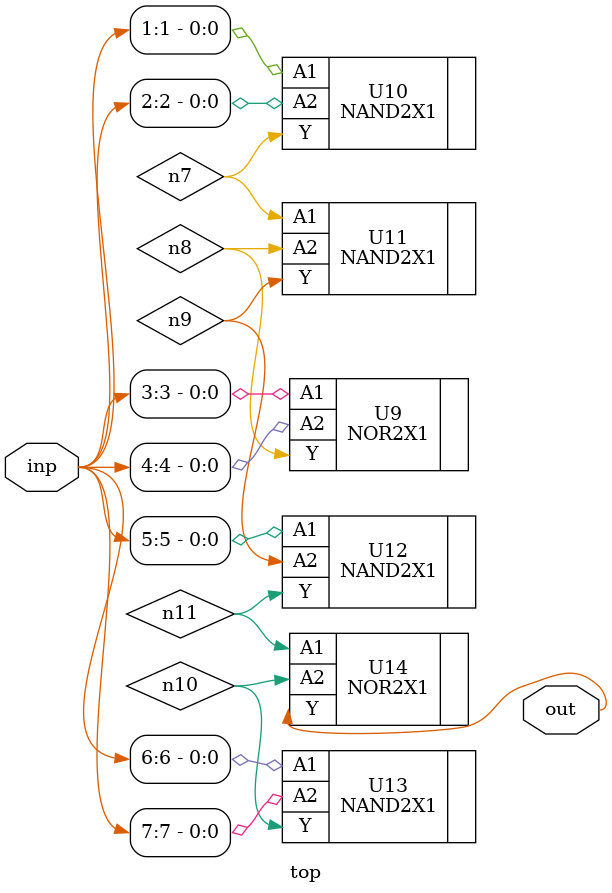
<source format=sv>


module top ( inp, out );
  input [7:0] inp;
  output out;
  wire   n7, n8, n9, n10, n11;

  NOR2X1 U9 ( .A1(inp[3]), .A2(inp[4]), .Y(n8) );
  NAND2X1 U10 ( .A1(inp[1]), .A2(inp[2]), .Y(n7) );
  NAND2X1 U11 ( .A1(n7), .A2(n8), .Y(n9) );
  NAND2X1 U12 ( .A1(inp[5]), .A2(n9), .Y(n11) );
  NAND2X1 U13 ( .A1(inp[6]), .A2(inp[7]), .Y(n10) );
  NOR2X1 U14 ( .A1(n11), .A2(n10), .Y(out) );
endmodule


</source>
